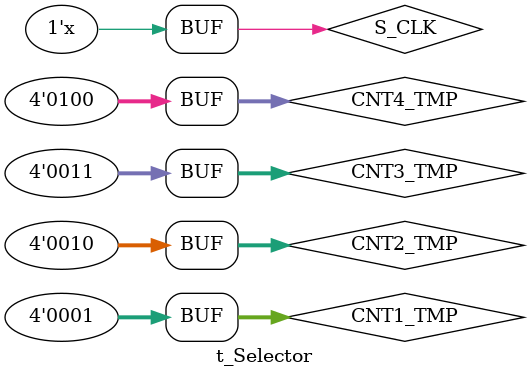
<source format=v>
`timescale 1ns / 1ps


module t_Selector;

	// Inputs
	reg S_CLK;
	reg [3:0] CNT1_TMP;
	reg [3:0] CNT2_TMP;
	reg [3:0] CNT3_TMP;
	reg [3:0] CNT4_TMP;

	// Outputs
	wire [3:0] CNT;

	// Instantiate the Unit Under Test (UUT)
	Selector uut (
		.S_CLK(S_CLK), 
		.CNT1_TMP(CNT1_TMP), 
		.CNT2_TMP(CNT2_TMP), 
		.CNT3_TMP(CNT3_TMP), 
		.CNT4_TMP(CNT4_TMP), 
		.CNT(CNT)
	);

	initial begin
		// Initialize Inputs
		S_CLK = 0;
		CNT1_TMP = 4'd1;
		CNT2_TMP = 4'd2;
		CNT3_TMP = 4'd3;
		CNT4_TMP = 4'd4;

		// Wait 100 ns for global reset to finish
		#100;
        
		// Add stimulus here

	end
	
	always #500000
      S_CLK = ~S_CLK;
		
endmodule


</source>
